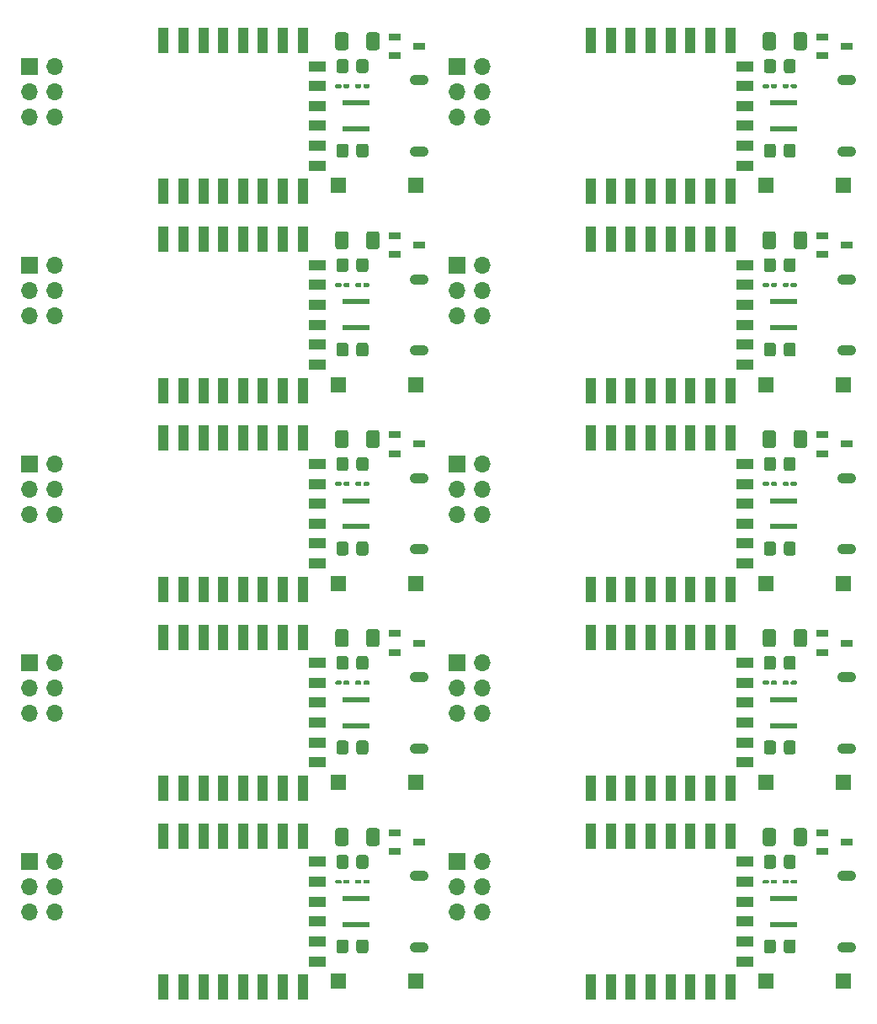
<source format=gbr>
%TF.GenerationSoftware,KiCad,Pcbnew,(5.1.9)-1*%
%TF.CreationDate,2021-05-03T13:14:33+02:00*%
%TF.ProjectId,IM350_AM550_5V_V2.0_Multi,494d3335-305f-4414-9d35-35305f35565f,rev?*%
%TF.SameCoordinates,Original*%
%TF.FileFunction,Soldermask,Top*%
%TF.FilePolarity,Negative*%
%FSLAX46Y46*%
G04 Gerber Fmt 4.6, Leading zero omitted, Abs format (unit mm)*
G04 Created by KiCad (PCBNEW (5.1.9)-1) date 2021-05-03 13:14:33*
%MOMM*%
%LPD*%
G01*
G04 APERTURE LIST*
%ADD10R,1.300000X0.800000*%
%ADD11R,1.700000X1.700000*%
%ADD12O,1.700000X1.700000*%
%ADD13R,2.800000X0.600000*%
%ADD14O,1.900000X1.050000*%
%ADD15R,1.500000X1.500000*%
%ADD16R,1.000000X2.500000*%
%ADD17R,1.800000X1.000000*%
G04 APERTURE END LIST*
D10*
%TO.C,U1*%
X66800000Y-106050000D03*
X66800000Y-107950000D03*
X69200000Y-107000000D03*
%TD*%
%TO.C,C2*%
G36*
G01*
X65225000Y-105849998D02*
X65225000Y-107150002D01*
G75*
G02*
X64975002Y-107400000I-249998J0D01*
G01*
X64149998Y-107400000D01*
G75*
G02*
X63900000Y-107150002I0J249998D01*
G01*
X63900000Y-105849998D01*
G75*
G02*
X64149998Y-105600000I249998J0D01*
G01*
X64975002Y-105600000D01*
G75*
G02*
X65225000Y-105849998I0J-249998D01*
G01*
G37*
G36*
G01*
X62100000Y-105849998D02*
X62100000Y-107150002D01*
G75*
G02*
X61850002Y-107400000I-249998J0D01*
G01*
X61024998Y-107400000D01*
G75*
G02*
X60775000Y-107150002I0J249998D01*
G01*
X60775000Y-105849998D01*
G75*
G02*
X61024998Y-105600000I249998J0D01*
G01*
X61850002Y-105600000D01*
G75*
G02*
X62100000Y-105849998I0J-249998D01*
G01*
G37*
%TD*%
D11*
%TO.C,J7*%
X73000000Y-109000000D03*
D12*
X75540000Y-109000000D03*
X73000000Y-111540000D03*
X75540000Y-111540000D03*
X73000000Y-114080000D03*
X75540000Y-114080000D03*
%TD*%
%TO.C,R5*%
G36*
G01*
X105100000Y-117049999D02*
X105100000Y-117950001D01*
G75*
G02*
X104850001Y-118200000I-249999J0D01*
G01*
X104149999Y-118200000D01*
G75*
G02*
X103900000Y-117950001I0J249999D01*
G01*
X103900000Y-117049999D01*
G75*
G02*
X104149999Y-116800000I249999J0D01*
G01*
X104850001Y-116800000D01*
G75*
G02*
X105100000Y-117049999I0J-249999D01*
G01*
G37*
G36*
G01*
X107100000Y-117049999D02*
X107100000Y-117950001D01*
G75*
G02*
X106850001Y-118200000I-249999J0D01*
G01*
X106149999Y-118200000D01*
G75*
G02*
X105900000Y-117950001I0J249999D01*
G01*
X105900000Y-117049999D01*
G75*
G02*
X106149999Y-116800000I249999J0D01*
G01*
X106850001Y-116800000D01*
G75*
G02*
X107100000Y-117049999I0J-249999D01*
G01*
G37*
%TD*%
%TO.C,P4*%
G36*
G01*
X105775000Y-111100000D02*
X105775000Y-110900000D01*
G75*
G02*
X105875000Y-110800000I100000J0D01*
G01*
X106310000Y-110800000D01*
G75*
G02*
X106410000Y-110900000I0J-100000D01*
G01*
X106410000Y-111100000D01*
G75*
G02*
X106310000Y-111200000I-100000J0D01*
G01*
X105875000Y-111200000D01*
G75*
G02*
X105775000Y-111100000I0J100000D01*
G01*
G37*
G36*
G01*
X106590000Y-111100000D02*
X106590000Y-110900000D01*
G75*
G02*
X106690000Y-110800000I100000J0D01*
G01*
X107125000Y-110800000D01*
G75*
G02*
X107225000Y-110900000I0J-100000D01*
G01*
X107225000Y-111100000D01*
G75*
G02*
X107125000Y-111200000I-100000J0D01*
G01*
X106690000Y-111200000D01*
G75*
G02*
X106590000Y-111100000I0J100000D01*
G01*
G37*
%TD*%
D13*
%TO.C,J5*%
X105850000Y-115300000D03*
X105850000Y-112700000D03*
D14*
X112200000Y-117575000D03*
X112200000Y-110425000D03*
%TD*%
%TO.C,J5*%
X69200000Y-110425000D03*
X69200000Y-117575000D03*
D13*
X62850000Y-112700000D03*
X62850000Y-115300000D03*
%TD*%
%TO.C,R5*%
G36*
G01*
X64100000Y-117049999D02*
X64100000Y-117950001D01*
G75*
G02*
X63850001Y-118200000I-249999J0D01*
G01*
X63149999Y-118200000D01*
G75*
G02*
X62900000Y-117950001I0J249999D01*
G01*
X62900000Y-117049999D01*
G75*
G02*
X63149999Y-116800000I249999J0D01*
G01*
X63850001Y-116800000D01*
G75*
G02*
X64100000Y-117049999I0J-249999D01*
G01*
G37*
G36*
G01*
X62100000Y-117049999D02*
X62100000Y-117950001D01*
G75*
G02*
X61850001Y-118200000I-249999J0D01*
G01*
X61149999Y-118200000D01*
G75*
G02*
X60900000Y-117950001I0J249999D01*
G01*
X60900000Y-117049999D01*
G75*
G02*
X61149999Y-116800000I249999J0D01*
G01*
X61850001Y-116800000D01*
G75*
G02*
X62100000Y-117049999I0J-249999D01*
G01*
G37*
%TD*%
D15*
%TO.C,SW1*%
X61100000Y-121000000D03*
X68900000Y-121000000D03*
%TD*%
%TO.C,R1*%
G36*
G01*
X62900000Y-109450001D02*
X62900000Y-108549999D01*
G75*
G02*
X63149999Y-108300000I249999J0D01*
G01*
X63850001Y-108300000D01*
G75*
G02*
X64100000Y-108549999I0J-249999D01*
G01*
X64100000Y-109450001D01*
G75*
G02*
X63850001Y-109700000I-249999J0D01*
G01*
X63149999Y-109700000D01*
G75*
G02*
X62900000Y-109450001I0J249999D01*
G01*
G37*
G36*
G01*
X60900000Y-109450001D02*
X60900000Y-108549999D01*
G75*
G02*
X61149999Y-108300000I249999J0D01*
G01*
X61850001Y-108300000D01*
G75*
G02*
X62100000Y-108549999I0J-249999D01*
G01*
X62100000Y-109450001D01*
G75*
G02*
X61850001Y-109700000I-249999J0D01*
G01*
X61149999Y-109700000D01*
G75*
G02*
X60900000Y-109450001I0J249999D01*
G01*
G37*
%TD*%
%TO.C,SW1*%
X111900000Y-121000000D03*
X104100000Y-121000000D03*
%TD*%
%TO.C,P3*%
G36*
G01*
X104410000Y-110900000D02*
X104410000Y-111100000D01*
G75*
G02*
X104310000Y-111200000I-100000J0D01*
G01*
X103875000Y-111200000D01*
G75*
G02*
X103775000Y-111100000I0J100000D01*
G01*
X103775000Y-110900000D01*
G75*
G02*
X103875000Y-110800000I100000J0D01*
G01*
X104310000Y-110800000D01*
G75*
G02*
X104410000Y-110900000I0J-100000D01*
G01*
G37*
G36*
G01*
X105225000Y-110900000D02*
X105225000Y-111100000D01*
G75*
G02*
X105125000Y-111200000I-100000J0D01*
G01*
X104690000Y-111200000D01*
G75*
G02*
X104590000Y-111100000I0J100000D01*
G01*
X104590000Y-110900000D01*
G75*
G02*
X104690000Y-110800000I100000J0D01*
G01*
X105125000Y-110800000D01*
G75*
G02*
X105225000Y-110900000I0J-100000D01*
G01*
G37*
%TD*%
%TO.C,R1*%
G36*
G01*
X103900000Y-109450001D02*
X103900000Y-108549999D01*
G75*
G02*
X104149999Y-108300000I249999J0D01*
G01*
X104850001Y-108300000D01*
G75*
G02*
X105100000Y-108549999I0J-249999D01*
G01*
X105100000Y-109450001D01*
G75*
G02*
X104850001Y-109700000I-249999J0D01*
G01*
X104149999Y-109700000D01*
G75*
G02*
X103900000Y-109450001I0J249999D01*
G01*
G37*
G36*
G01*
X105900000Y-109450001D02*
X105900000Y-108549999D01*
G75*
G02*
X106149999Y-108300000I249999J0D01*
G01*
X106850001Y-108300000D01*
G75*
G02*
X107100000Y-108549999I0J-249999D01*
G01*
X107100000Y-109450001D01*
G75*
G02*
X106850001Y-109700000I-249999J0D01*
G01*
X106149999Y-109700000D01*
G75*
G02*
X105900000Y-109450001I0J249999D01*
G01*
G37*
%TD*%
D10*
%TO.C,U1*%
X112200000Y-107000000D03*
X109800000Y-107950000D03*
X109800000Y-106050000D03*
%TD*%
%TO.C,P4*%
G36*
G01*
X63590000Y-111100000D02*
X63590000Y-110900000D01*
G75*
G02*
X63690000Y-110800000I100000J0D01*
G01*
X64125000Y-110800000D01*
G75*
G02*
X64225000Y-110900000I0J-100000D01*
G01*
X64225000Y-111100000D01*
G75*
G02*
X64125000Y-111200000I-100000J0D01*
G01*
X63690000Y-111200000D01*
G75*
G02*
X63590000Y-111100000I0J100000D01*
G01*
G37*
G36*
G01*
X62775000Y-111100000D02*
X62775000Y-110900000D01*
G75*
G02*
X62875000Y-110800000I100000J0D01*
G01*
X63310000Y-110800000D01*
G75*
G02*
X63410000Y-110900000I0J-100000D01*
G01*
X63410000Y-111100000D01*
G75*
G02*
X63310000Y-111200000I-100000J0D01*
G01*
X62875000Y-111200000D01*
G75*
G02*
X62775000Y-111100000I0J100000D01*
G01*
G37*
%TD*%
%TO.C,C2*%
G36*
G01*
X105100000Y-105849998D02*
X105100000Y-107150002D01*
G75*
G02*
X104850002Y-107400000I-249998J0D01*
G01*
X104024998Y-107400000D01*
G75*
G02*
X103775000Y-107150002I0J249998D01*
G01*
X103775000Y-105849998D01*
G75*
G02*
X104024998Y-105600000I249998J0D01*
G01*
X104850002Y-105600000D01*
G75*
G02*
X105100000Y-105849998I0J-249998D01*
G01*
G37*
G36*
G01*
X108225000Y-105849998D02*
X108225000Y-107150002D01*
G75*
G02*
X107975002Y-107400000I-249998J0D01*
G01*
X107149998Y-107400000D01*
G75*
G02*
X106900000Y-107150002I0J249998D01*
G01*
X106900000Y-105849998D01*
G75*
G02*
X107149998Y-105600000I249998J0D01*
G01*
X107975002Y-105600000D01*
G75*
G02*
X108225000Y-105849998I0J-249998D01*
G01*
G37*
%TD*%
D16*
%TO.C,U2*%
X86500000Y-106400000D03*
X88500000Y-106400000D03*
X90500000Y-106400000D03*
X92500000Y-106400000D03*
X94500000Y-106400000D03*
X96500000Y-106400000D03*
X98500000Y-106400000D03*
X100500000Y-106400000D03*
D17*
X102000000Y-109000000D03*
X102000000Y-111000000D03*
X102000000Y-113000000D03*
X102000000Y-115000000D03*
X102000000Y-117000000D03*
X102000000Y-119000000D03*
D16*
X100500000Y-121600000D03*
X98500000Y-121600000D03*
X96500000Y-121600000D03*
X94500000Y-121600000D03*
X92500000Y-121600000D03*
X90500000Y-121600000D03*
X88500000Y-121600000D03*
X86500000Y-121600000D03*
%TD*%
%TO.C,U2*%
X43500000Y-121600000D03*
X45500000Y-121600000D03*
X47500000Y-121600000D03*
X49500000Y-121600000D03*
X51500000Y-121600000D03*
X53500000Y-121600000D03*
X55500000Y-121600000D03*
X57500000Y-121600000D03*
D17*
X59000000Y-119000000D03*
X59000000Y-117000000D03*
X59000000Y-115000000D03*
X59000000Y-113000000D03*
X59000000Y-111000000D03*
X59000000Y-109000000D03*
D16*
X57500000Y-106400000D03*
X55500000Y-106400000D03*
X53500000Y-106400000D03*
X51500000Y-106400000D03*
X49500000Y-106400000D03*
X47500000Y-106400000D03*
X45500000Y-106400000D03*
X43500000Y-106400000D03*
%TD*%
%TO.C,P3*%
G36*
G01*
X62225000Y-110900000D02*
X62225000Y-111100000D01*
G75*
G02*
X62125000Y-111200000I-100000J0D01*
G01*
X61690000Y-111200000D01*
G75*
G02*
X61590000Y-111100000I0J100000D01*
G01*
X61590000Y-110900000D01*
G75*
G02*
X61690000Y-110800000I100000J0D01*
G01*
X62125000Y-110800000D01*
G75*
G02*
X62225000Y-110900000I0J-100000D01*
G01*
G37*
G36*
G01*
X61410000Y-110900000D02*
X61410000Y-111100000D01*
G75*
G02*
X61310000Y-111200000I-100000J0D01*
G01*
X60875000Y-111200000D01*
G75*
G02*
X60775000Y-111100000I0J100000D01*
G01*
X60775000Y-110900000D01*
G75*
G02*
X60875000Y-110800000I100000J0D01*
G01*
X61310000Y-110800000D01*
G75*
G02*
X61410000Y-110900000I0J-100000D01*
G01*
G37*
%TD*%
D12*
%TO.C,J7*%
X32540000Y-114080000D03*
X30000000Y-114080000D03*
X32540000Y-111540000D03*
X30000000Y-111540000D03*
X32540000Y-109000000D03*
D11*
X30000000Y-109000000D03*
%TD*%
D13*
%TO.C,J5*%
X62850000Y-95300000D03*
X62850000Y-92700000D03*
D14*
X69200000Y-97575000D03*
X69200000Y-90425000D03*
%TD*%
D10*
%TO.C,U1*%
X69200000Y-87000000D03*
X66800000Y-87950000D03*
X66800000Y-86050000D03*
%TD*%
%TO.C,R1*%
G36*
G01*
X60900000Y-89450001D02*
X60900000Y-88549999D01*
G75*
G02*
X61149999Y-88300000I249999J0D01*
G01*
X61850001Y-88300000D01*
G75*
G02*
X62100000Y-88549999I0J-249999D01*
G01*
X62100000Y-89450001D01*
G75*
G02*
X61850001Y-89700000I-249999J0D01*
G01*
X61149999Y-89700000D01*
G75*
G02*
X60900000Y-89450001I0J249999D01*
G01*
G37*
G36*
G01*
X62900000Y-89450001D02*
X62900000Y-88549999D01*
G75*
G02*
X63149999Y-88300000I249999J0D01*
G01*
X63850001Y-88300000D01*
G75*
G02*
X64100000Y-88549999I0J-249999D01*
G01*
X64100000Y-89450001D01*
G75*
G02*
X63850001Y-89700000I-249999J0D01*
G01*
X63149999Y-89700000D01*
G75*
G02*
X62900000Y-89450001I0J249999D01*
G01*
G37*
%TD*%
D12*
%TO.C,J7*%
X75540000Y-94080000D03*
X73000000Y-94080000D03*
X75540000Y-91540000D03*
X73000000Y-91540000D03*
X75540000Y-89000000D03*
D11*
X73000000Y-89000000D03*
%TD*%
%TO.C,R5*%
G36*
G01*
X107100000Y-97049999D02*
X107100000Y-97950001D01*
G75*
G02*
X106850001Y-98200000I-249999J0D01*
G01*
X106149999Y-98200000D01*
G75*
G02*
X105900000Y-97950001I0J249999D01*
G01*
X105900000Y-97049999D01*
G75*
G02*
X106149999Y-96800000I249999J0D01*
G01*
X106850001Y-96800000D01*
G75*
G02*
X107100000Y-97049999I0J-249999D01*
G01*
G37*
G36*
G01*
X105100000Y-97049999D02*
X105100000Y-97950001D01*
G75*
G02*
X104850001Y-98200000I-249999J0D01*
G01*
X104149999Y-98200000D01*
G75*
G02*
X103900000Y-97950001I0J249999D01*
G01*
X103900000Y-97049999D01*
G75*
G02*
X104149999Y-96800000I249999J0D01*
G01*
X104850001Y-96800000D01*
G75*
G02*
X105100000Y-97049999I0J-249999D01*
G01*
G37*
%TD*%
%TO.C,R1*%
G36*
G01*
X105900000Y-89450001D02*
X105900000Y-88549999D01*
G75*
G02*
X106149999Y-88300000I249999J0D01*
G01*
X106850001Y-88300000D01*
G75*
G02*
X107100000Y-88549999I0J-249999D01*
G01*
X107100000Y-89450001D01*
G75*
G02*
X106850001Y-89700000I-249999J0D01*
G01*
X106149999Y-89700000D01*
G75*
G02*
X105900000Y-89450001I0J249999D01*
G01*
G37*
G36*
G01*
X103900000Y-89450001D02*
X103900000Y-88549999D01*
G75*
G02*
X104149999Y-88300000I249999J0D01*
G01*
X104850001Y-88300000D01*
G75*
G02*
X105100000Y-88549999I0J-249999D01*
G01*
X105100000Y-89450001D01*
G75*
G02*
X104850001Y-89700000I-249999J0D01*
G01*
X104149999Y-89700000D01*
G75*
G02*
X103900000Y-89450001I0J249999D01*
G01*
G37*
%TD*%
%TO.C,R5*%
G36*
G01*
X62100000Y-97049999D02*
X62100000Y-97950001D01*
G75*
G02*
X61850001Y-98200000I-249999J0D01*
G01*
X61149999Y-98200000D01*
G75*
G02*
X60900000Y-97950001I0J249999D01*
G01*
X60900000Y-97049999D01*
G75*
G02*
X61149999Y-96800000I249999J0D01*
G01*
X61850001Y-96800000D01*
G75*
G02*
X62100000Y-97049999I0J-249999D01*
G01*
G37*
G36*
G01*
X64100000Y-97049999D02*
X64100000Y-97950001D01*
G75*
G02*
X63850001Y-98200000I-249999J0D01*
G01*
X63149999Y-98200000D01*
G75*
G02*
X62900000Y-97950001I0J249999D01*
G01*
X62900000Y-97049999D01*
G75*
G02*
X63149999Y-96800000I249999J0D01*
G01*
X63850001Y-96800000D01*
G75*
G02*
X64100000Y-97049999I0J-249999D01*
G01*
G37*
%TD*%
D15*
%TO.C,SW1*%
X104100000Y-101000000D03*
X111900000Y-101000000D03*
%TD*%
%TO.C,SW1*%
X68900000Y-101000000D03*
X61100000Y-101000000D03*
%TD*%
%TO.C,C2*%
G36*
G01*
X62100000Y-85849998D02*
X62100000Y-87150002D01*
G75*
G02*
X61850002Y-87400000I-249998J0D01*
G01*
X61024998Y-87400000D01*
G75*
G02*
X60775000Y-87150002I0J249998D01*
G01*
X60775000Y-85849998D01*
G75*
G02*
X61024998Y-85600000I249998J0D01*
G01*
X61850002Y-85600000D01*
G75*
G02*
X62100000Y-85849998I0J-249998D01*
G01*
G37*
G36*
G01*
X65225000Y-85849998D02*
X65225000Y-87150002D01*
G75*
G02*
X64975002Y-87400000I-249998J0D01*
G01*
X64149998Y-87400000D01*
G75*
G02*
X63900000Y-87150002I0J249998D01*
G01*
X63900000Y-85849998D01*
G75*
G02*
X64149998Y-85600000I249998J0D01*
G01*
X64975002Y-85600000D01*
G75*
G02*
X65225000Y-85849998I0J-249998D01*
G01*
G37*
%TD*%
%TO.C,P4*%
G36*
G01*
X106590000Y-91100000D02*
X106590000Y-90900000D01*
G75*
G02*
X106690000Y-90800000I100000J0D01*
G01*
X107125000Y-90800000D01*
G75*
G02*
X107225000Y-90900000I0J-100000D01*
G01*
X107225000Y-91100000D01*
G75*
G02*
X107125000Y-91200000I-100000J0D01*
G01*
X106690000Y-91200000D01*
G75*
G02*
X106590000Y-91100000I0J100000D01*
G01*
G37*
G36*
G01*
X105775000Y-91100000D02*
X105775000Y-90900000D01*
G75*
G02*
X105875000Y-90800000I100000J0D01*
G01*
X106310000Y-90800000D01*
G75*
G02*
X106410000Y-90900000I0J-100000D01*
G01*
X106410000Y-91100000D01*
G75*
G02*
X106310000Y-91200000I-100000J0D01*
G01*
X105875000Y-91200000D01*
G75*
G02*
X105775000Y-91100000I0J100000D01*
G01*
G37*
%TD*%
D14*
%TO.C,J5*%
X112200000Y-90425000D03*
X112200000Y-97575000D03*
D13*
X105850000Y-92700000D03*
X105850000Y-95300000D03*
%TD*%
%TO.C,P3*%
G36*
G01*
X105225000Y-90900000D02*
X105225000Y-91100000D01*
G75*
G02*
X105125000Y-91200000I-100000J0D01*
G01*
X104690000Y-91200000D01*
G75*
G02*
X104590000Y-91100000I0J100000D01*
G01*
X104590000Y-90900000D01*
G75*
G02*
X104690000Y-90800000I100000J0D01*
G01*
X105125000Y-90800000D01*
G75*
G02*
X105225000Y-90900000I0J-100000D01*
G01*
G37*
G36*
G01*
X104410000Y-90900000D02*
X104410000Y-91100000D01*
G75*
G02*
X104310000Y-91200000I-100000J0D01*
G01*
X103875000Y-91200000D01*
G75*
G02*
X103775000Y-91100000I0J100000D01*
G01*
X103775000Y-90900000D01*
G75*
G02*
X103875000Y-90800000I100000J0D01*
G01*
X104310000Y-90800000D01*
G75*
G02*
X104410000Y-90900000I0J-100000D01*
G01*
G37*
%TD*%
%TO.C,C2*%
G36*
G01*
X108225000Y-85849998D02*
X108225000Y-87150002D01*
G75*
G02*
X107975002Y-87400000I-249998J0D01*
G01*
X107149998Y-87400000D01*
G75*
G02*
X106900000Y-87150002I0J249998D01*
G01*
X106900000Y-85849998D01*
G75*
G02*
X107149998Y-85600000I249998J0D01*
G01*
X107975002Y-85600000D01*
G75*
G02*
X108225000Y-85849998I0J-249998D01*
G01*
G37*
G36*
G01*
X105100000Y-85849998D02*
X105100000Y-87150002D01*
G75*
G02*
X104850002Y-87400000I-249998J0D01*
G01*
X104024998Y-87400000D01*
G75*
G02*
X103775000Y-87150002I0J249998D01*
G01*
X103775000Y-85849998D01*
G75*
G02*
X104024998Y-85600000I249998J0D01*
G01*
X104850002Y-85600000D01*
G75*
G02*
X105100000Y-85849998I0J-249998D01*
G01*
G37*
%TD*%
D16*
%TO.C,U2*%
X43500000Y-86400000D03*
X45500000Y-86400000D03*
X47500000Y-86400000D03*
X49500000Y-86400000D03*
X51500000Y-86400000D03*
X53500000Y-86400000D03*
X55500000Y-86400000D03*
X57500000Y-86400000D03*
D17*
X59000000Y-89000000D03*
X59000000Y-91000000D03*
X59000000Y-93000000D03*
X59000000Y-95000000D03*
X59000000Y-97000000D03*
X59000000Y-99000000D03*
D16*
X57500000Y-101600000D03*
X55500000Y-101600000D03*
X53500000Y-101600000D03*
X51500000Y-101600000D03*
X49500000Y-101600000D03*
X47500000Y-101600000D03*
X45500000Y-101600000D03*
X43500000Y-101600000D03*
%TD*%
%TO.C,U2*%
X86500000Y-101600000D03*
X88500000Y-101600000D03*
X90500000Y-101600000D03*
X92500000Y-101600000D03*
X94500000Y-101600000D03*
X96500000Y-101600000D03*
X98500000Y-101600000D03*
X100500000Y-101600000D03*
D17*
X102000000Y-99000000D03*
X102000000Y-97000000D03*
X102000000Y-95000000D03*
X102000000Y-93000000D03*
X102000000Y-91000000D03*
X102000000Y-89000000D03*
D16*
X100500000Y-86400000D03*
X98500000Y-86400000D03*
X96500000Y-86400000D03*
X94500000Y-86400000D03*
X92500000Y-86400000D03*
X90500000Y-86400000D03*
X88500000Y-86400000D03*
X86500000Y-86400000D03*
%TD*%
D11*
%TO.C,J7*%
X30000000Y-89000000D03*
D12*
X32540000Y-89000000D03*
X30000000Y-91540000D03*
X32540000Y-91540000D03*
X30000000Y-94080000D03*
X32540000Y-94080000D03*
%TD*%
%TO.C,P3*%
G36*
G01*
X61410000Y-90900000D02*
X61410000Y-91100000D01*
G75*
G02*
X61310000Y-91200000I-100000J0D01*
G01*
X60875000Y-91200000D01*
G75*
G02*
X60775000Y-91100000I0J100000D01*
G01*
X60775000Y-90900000D01*
G75*
G02*
X60875000Y-90800000I100000J0D01*
G01*
X61310000Y-90800000D01*
G75*
G02*
X61410000Y-90900000I0J-100000D01*
G01*
G37*
G36*
G01*
X62225000Y-90900000D02*
X62225000Y-91100000D01*
G75*
G02*
X62125000Y-91200000I-100000J0D01*
G01*
X61690000Y-91200000D01*
G75*
G02*
X61590000Y-91100000I0J100000D01*
G01*
X61590000Y-90900000D01*
G75*
G02*
X61690000Y-90800000I100000J0D01*
G01*
X62125000Y-90800000D01*
G75*
G02*
X62225000Y-90900000I0J-100000D01*
G01*
G37*
%TD*%
D10*
%TO.C,U1*%
X109800000Y-86050000D03*
X109800000Y-87950000D03*
X112200000Y-87000000D03*
%TD*%
%TO.C,P4*%
G36*
G01*
X62775000Y-91100000D02*
X62775000Y-90900000D01*
G75*
G02*
X62875000Y-90800000I100000J0D01*
G01*
X63310000Y-90800000D01*
G75*
G02*
X63410000Y-90900000I0J-100000D01*
G01*
X63410000Y-91100000D01*
G75*
G02*
X63310000Y-91200000I-100000J0D01*
G01*
X62875000Y-91200000D01*
G75*
G02*
X62775000Y-91100000I0J100000D01*
G01*
G37*
G36*
G01*
X63590000Y-91100000D02*
X63590000Y-90900000D01*
G75*
G02*
X63690000Y-90800000I100000J0D01*
G01*
X64125000Y-90800000D01*
G75*
G02*
X64225000Y-90900000I0J-100000D01*
G01*
X64225000Y-91100000D01*
G75*
G02*
X64125000Y-91200000I-100000J0D01*
G01*
X63690000Y-91200000D01*
G75*
G02*
X63590000Y-91100000I0J100000D01*
G01*
G37*
%TD*%
D14*
%TO.C,J5*%
X69200000Y-70425000D03*
X69200000Y-77575000D03*
D13*
X62850000Y-72700000D03*
X62850000Y-75300000D03*
%TD*%
D12*
%TO.C,J7*%
X32540000Y-74080000D03*
X30000000Y-74080000D03*
X32540000Y-71540000D03*
X30000000Y-71540000D03*
X32540000Y-69000000D03*
D11*
X30000000Y-69000000D03*
%TD*%
D10*
%TO.C,U1*%
X66800000Y-66050000D03*
X66800000Y-67950000D03*
X69200000Y-67000000D03*
%TD*%
%TO.C,P3*%
G36*
G01*
X62225000Y-70900000D02*
X62225000Y-71100000D01*
G75*
G02*
X62125000Y-71200000I-100000J0D01*
G01*
X61690000Y-71200000D01*
G75*
G02*
X61590000Y-71100000I0J100000D01*
G01*
X61590000Y-70900000D01*
G75*
G02*
X61690000Y-70800000I100000J0D01*
G01*
X62125000Y-70800000D01*
G75*
G02*
X62225000Y-70900000I0J-100000D01*
G01*
G37*
G36*
G01*
X61410000Y-70900000D02*
X61410000Y-71100000D01*
G75*
G02*
X61310000Y-71200000I-100000J0D01*
G01*
X60875000Y-71200000D01*
G75*
G02*
X60775000Y-71100000I0J100000D01*
G01*
X60775000Y-70900000D01*
G75*
G02*
X60875000Y-70800000I100000J0D01*
G01*
X61310000Y-70800000D01*
G75*
G02*
X61410000Y-70900000I0J-100000D01*
G01*
G37*
%TD*%
%TO.C,R1*%
G36*
G01*
X62900000Y-69450001D02*
X62900000Y-68549999D01*
G75*
G02*
X63149999Y-68300000I249999J0D01*
G01*
X63850001Y-68300000D01*
G75*
G02*
X64100000Y-68549999I0J-249999D01*
G01*
X64100000Y-69450001D01*
G75*
G02*
X63850001Y-69700000I-249999J0D01*
G01*
X63149999Y-69700000D01*
G75*
G02*
X62900000Y-69450001I0J249999D01*
G01*
G37*
G36*
G01*
X60900000Y-69450001D02*
X60900000Y-68549999D01*
G75*
G02*
X61149999Y-68300000I249999J0D01*
G01*
X61850001Y-68300000D01*
G75*
G02*
X62100000Y-68549999I0J-249999D01*
G01*
X62100000Y-69450001D01*
G75*
G02*
X61850001Y-69700000I-249999J0D01*
G01*
X61149999Y-69700000D01*
G75*
G02*
X60900000Y-69450001I0J249999D01*
G01*
G37*
%TD*%
D15*
%TO.C,SW1*%
X61100000Y-81000000D03*
X68900000Y-81000000D03*
%TD*%
%TO.C,C2*%
G36*
G01*
X65225000Y-65849998D02*
X65225000Y-67150002D01*
G75*
G02*
X64975002Y-67400000I-249998J0D01*
G01*
X64149998Y-67400000D01*
G75*
G02*
X63900000Y-67150002I0J249998D01*
G01*
X63900000Y-65849998D01*
G75*
G02*
X64149998Y-65600000I249998J0D01*
G01*
X64975002Y-65600000D01*
G75*
G02*
X65225000Y-65849998I0J-249998D01*
G01*
G37*
G36*
G01*
X62100000Y-65849998D02*
X62100000Y-67150002D01*
G75*
G02*
X61850002Y-67400000I-249998J0D01*
G01*
X61024998Y-67400000D01*
G75*
G02*
X60775000Y-67150002I0J249998D01*
G01*
X60775000Y-65849998D01*
G75*
G02*
X61024998Y-65600000I249998J0D01*
G01*
X61850002Y-65600000D01*
G75*
G02*
X62100000Y-65849998I0J-249998D01*
G01*
G37*
%TD*%
D16*
%TO.C,U2*%
X43500000Y-81600000D03*
X45500000Y-81600000D03*
X47500000Y-81600000D03*
X49500000Y-81600000D03*
X51500000Y-81600000D03*
X53500000Y-81600000D03*
X55500000Y-81600000D03*
X57500000Y-81600000D03*
D17*
X59000000Y-79000000D03*
X59000000Y-77000000D03*
X59000000Y-75000000D03*
X59000000Y-73000000D03*
X59000000Y-71000000D03*
X59000000Y-69000000D03*
D16*
X57500000Y-66400000D03*
X55500000Y-66400000D03*
X53500000Y-66400000D03*
X51500000Y-66400000D03*
X49500000Y-66400000D03*
X47500000Y-66400000D03*
X45500000Y-66400000D03*
X43500000Y-66400000D03*
%TD*%
%TO.C,R5*%
G36*
G01*
X64100000Y-77049999D02*
X64100000Y-77950001D01*
G75*
G02*
X63850001Y-78200000I-249999J0D01*
G01*
X63149999Y-78200000D01*
G75*
G02*
X62900000Y-77950001I0J249999D01*
G01*
X62900000Y-77049999D01*
G75*
G02*
X63149999Y-76800000I249999J0D01*
G01*
X63850001Y-76800000D01*
G75*
G02*
X64100000Y-77049999I0J-249999D01*
G01*
G37*
G36*
G01*
X62100000Y-77049999D02*
X62100000Y-77950001D01*
G75*
G02*
X61850001Y-78200000I-249999J0D01*
G01*
X61149999Y-78200000D01*
G75*
G02*
X60900000Y-77950001I0J249999D01*
G01*
X60900000Y-77049999D01*
G75*
G02*
X61149999Y-76800000I249999J0D01*
G01*
X61850001Y-76800000D01*
G75*
G02*
X62100000Y-77049999I0J-249999D01*
G01*
G37*
%TD*%
D10*
%TO.C,U1*%
X112200000Y-67000000D03*
X109800000Y-67950000D03*
X109800000Y-66050000D03*
%TD*%
D15*
%TO.C,SW1*%
X111900000Y-81000000D03*
X104100000Y-81000000D03*
%TD*%
%TO.C,P4*%
G36*
G01*
X105775000Y-71100000D02*
X105775000Y-70900000D01*
G75*
G02*
X105875000Y-70800000I100000J0D01*
G01*
X106310000Y-70800000D01*
G75*
G02*
X106410000Y-70900000I0J-100000D01*
G01*
X106410000Y-71100000D01*
G75*
G02*
X106310000Y-71200000I-100000J0D01*
G01*
X105875000Y-71200000D01*
G75*
G02*
X105775000Y-71100000I0J100000D01*
G01*
G37*
G36*
G01*
X106590000Y-71100000D02*
X106590000Y-70900000D01*
G75*
G02*
X106690000Y-70800000I100000J0D01*
G01*
X107125000Y-70800000D01*
G75*
G02*
X107225000Y-70900000I0J-100000D01*
G01*
X107225000Y-71100000D01*
G75*
G02*
X107125000Y-71200000I-100000J0D01*
G01*
X106690000Y-71200000D01*
G75*
G02*
X106590000Y-71100000I0J100000D01*
G01*
G37*
%TD*%
D13*
%TO.C,J5*%
X105850000Y-75300000D03*
X105850000Y-72700000D03*
D14*
X112200000Y-77575000D03*
X112200000Y-70425000D03*
%TD*%
D16*
%TO.C,U2*%
X86500000Y-66400000D03*
X88500000Y-66400000D03*
X90500000Y-66400000D03*
X92500000Y-66400000D03*
X94500000Y-66400000D03*
X96500000Y-66400000D03*
X98500000Y-66400000D03*
X100500000Y-66400000D03*
D17*
X102000000Y-69000000D03*
X102000000Y-71000000D03*
X102000000Y-73000000D03*
X102000000Y-75000000D03*
X102000000Y-77000000D03*
X102000000Y-79000000D03*
D16*
X100500000Y-81600000D03*
X98500000Y-81600000D03*
X96500000Y-81600000D03*
X94500000Y-81600000D03*
X92500000Y-81600000D03*
X90500000Y-81600000D03*
X88500000Y-81600000D03*
X86500000Y-81600000D03*
%TD*%
D11*
%TO.C,J7*%
X73000000Y-69000000D03*
D12*
X75540000Y-69000000D03*
X73000000Y-71540000D03*
X75540000Y-71540000D03*
X73000000Y-74080000D03*
X75540000Y-74080000D03*
%TD*%
%TO.C,P3*%
G36*
G01*
X104410000Y-70900000D02*
X104410000Y-71100000D01*
G75*
G02*
X104310000Y-71200000I-100000J0D01*
G01*
X103875000Y-71200000D01*
G75*
G02*
X103775000Y-71100000I0J100000D01*
G01*
X103775000Y-70900000D01*
G75*
G02*
X103875000Y-70800000I100000J0D01*
G01*
X104310000Y-70800000D01*
G75*
G02*
X104410000Y-70900000I0J-100000D01*
G01*
G37*
G36*
G01*
X105225000Y-70900000D02*
X105225000Y-71100000D01*
G75*
G02*
X105125000Y-71200000I-100000J0D01*
G01*
X104690000Y-71200000D01*
G75*
G02*
X104590000Y-71100000I0J100000D01*
G01*
X104590000Y-70900000D01*
G75*
G02*
X104690000Y-70800000I100000J0D01*
G01*
X105125000Y-70800000D01*
G75*
G02*
X105225000Y-70900000I0J-100000D01*
G01*
G37*
%TD*%
%TO.C,P4*%
G36*
G01*
X63590000Y-71100000D02*
X63590000Y-70900000D01*
G75*
G02*
X63690000Y-70800000I100000J0D01*
G01*
X64125000Y-70800000D01*
G75*
G02*
X64225000Y-70900000I0J-100000D01*
G01*
X64225000Y-71100000D01*
G75*
G02*
X64125000Y-71200000I-100000J0D01*
G01*
X63690000Y-71200000D01*
G75*
G02*
X63590000Y-71100000I0J100000D01*
G01*
G37*
G36*
G01*
X62775000Y-71100000D02*
X62775000Y-70900000D01*
G75*
G02*
X62875000Y-70800000I100000J0D01*
G01*
X63310000Y-70800000D01*
G75*
G02*
X63410000Y-70900000I0J-100000D01*
G01*
X63410000Y-71100000D01*
G75*
G02*
X63310000Y-71200000I-100000J0D01*
G01*
X62875000Y-71200000D01*
G75*
G02*
X62775000Y-71100000I0J100000D01*
G01*
G37*
%TD*%
%TO.C,R1*%
G36*
G01*
X103900000Y-69450001D02*
X103900000Y-68549999D01*
G75*
G02*
X104149999Y-68300000I249999J0D01*
G01*
X104850001Y-68300000D01*
G75*
G02*
X105100000Y-68549999I0J-249999D01*
G01*
X105100000Y-69450001D01*
G75*
G02*
X104850001Y-69700000I-249999J0D01*
G01*
X104149999Y-69700000D01*
G75*
G02*
X103900000Y-69450001I0J249999D01*
G01*
G37*
G36*
G01*
X105900000Y-69450001D02*
X105900000Y-68549999D01*
G75*
G02*
X106149999Y-68300000I249999J0D01*
G01*
X106850001Y-68300000D01*
G75*
G02*
X107100000Y-68549999I0J-249999D01*
G01*
X107100000Y-69450001D01*
G75*
G02*
X106850001Y-69700000I-249999J0D01*
G01*
X106149999Y-69700000D01*
G75*
G02*
X105900000Y-69450001I0J249999D01*
G01*
G37*
%TD*%
%TO.C,R5*%
G36*
G01*
X105100000Y-77049999D02*
X105100000Y-77950001D01*
G75*
G02*
X104850001Y-78200000I-249999J0D01*
G01*
X104149999Y-78200000D01*
G75*
G02*
X103900000Y-77950001I0J249999D01*
G01*
X103900000Y-77049999D01*
G75*
G02*
X104149999Y-76800000I249999J0D01*
G01*
X104850001Y-76800000D01*
G75*
G02*
X105100000Y-77049999I0J-249999D01*
G01*
G37*
G36*
G01*
X107100000Y-77049999D02*
X107100000Y-77950001D01*
G75*
G02*
X106850001Y-78200000I-249999J0D01*
G01*
X106149999Y-78200000D01*
G75*
G02*
X105900000Y-77950001I0J249999D01*
G01*
X105900000Y-77049999D01*
G75*
G02*
X106149999Y-76800000I249999J0D01*
G01*
X106850001Y-76800000D01*
G75*
G02*
X107100000Y-77049999I0J-249999D01*
G01*
G37*
%TD*%
%TO.C,C2*%
G36*
G01*
X105100000Y-65849998D02*
X105100000Y-67150002D01*
G75*
G02*
X104850002Y-67400000I-249998J0D01*
G01*
X104024998Y-67400000D01*
G75*
G02*
X103775000Y-67150002I0J249998D01*
G01*
X103775000Y-65849998D01*
G75*
G02*
X104024998Y-65600000I249998J0D01*
G01*
X104850002Y-65600000D01*
G75*
G02*
X105100000Y-65849998I0J-249998D01*
G01*
G37*
G36*
G01*
X108225000Y-65849998D02*
X108225000Y-67150002D01*
G75*
G02*
X107975002Y-67400000I-249998J0D01*
G01*
X107149998Y-67400000D01*
G75*
G02*
X106900000Y-67150002I0J249998D01*
G01*
X106900000Y-65849998D01*
G75*
G02*
X107149998Y-65600000I249998J0D01*
G01*
X107975002Y-65600000D01*
G75*
G02*
X108225000Y-65849998I0J-249998D01*
G01*
G37*
%TD*%
D16*
%TO.C,U2*%
X43500000Y-46400000D03*
X45500000Y-46400000D03*
X47500000Y-46400000D03*
X49500000Y-46400000D03*
X51500000Y-46400000D03*
X53500000Y-46400000D03*
X55500000Y-46400000D03*
X57500000Y-46400000D03*
D17*
X59000000Y-49000000D03*
X59000000Y-51000000D03*
X59000000Y-53000000D03*
X59000000Y-55000000D03*
X59000000Y-57000000D03*
X59000000Y-59000000D03*
D16*
X57500000Y-61600000D03*
X55500000Y-61600000D03*
X53500000Y-61600000D03*
X51500000Y-61600000D03*
X49500000Y-61600000D03*
X47500000Y-61600000D03*
X45500000Y-61600000D03*
X43500000Y-61600000D03*
%TD*%
D10*
%TO.C,U1*%
X69200000Y-47000000D03*
X66800000Y-47950000D03*
X66800000Y-46050000D03*
%TD*%
D15*
%TO.C,SW1*%
X68900000Y-61000000D03*
X61100000Y-61000000D03*
%TD*%
%TO.C,P3*%
G36*
G01*
X61410000Y-50900000D02*
X61410000Y-51100000D01*
G75*
G02*
X61310000Y-51200000I-100000J0D01*
G01*
X60875000Y-51200000D01*
G75*
G02*
X60775000Y-51100000I0J100000D01*
G01*
X60775000Y-50900000D01*
G75*
G02*
X60875000Y-50800000I100000J0D01*
G01*
X61310000Y-50800000D01*
G75*
G02*
X61410000Y-50900000I0J-100000D01*
G01*
G37*
G36*
G01*
X62225000Y-50900000D02*
X62225000Y-51100000D01*
G75*
G02*
X62125000Y-51200000I-100000J0D01*
G01*
X61690000Y-51200000D01*
G75*
G02*
X61590000Y-51100000I0J100000D01*
G01*
X61590000Y-50900000D01*
G75*
G02*
X61690000Y-50800000I100000J0D01*
G01*
X62125000Y-50800000D01*
G75*
G02*
X62225000Y-50900000I0J-100000D01*
G01*
G37*
%TD*%
%TO.C,R1*%
G36*
G01*
X60900000Y-49450001D02*
X60900000Y-48549999D01*
G75*
G02*
X61149999Y-48300000I249999J0D01*
G01*
X61850001Y-48300000D01*
G75*
G02*
X62100000Y-48549999I0J-249999D01*
G01*
X62100000Y-49450001D01*
G75*
G02*
X61850001Y-49700000I-249999J0D01*
G01*
X61149999Y-49700000D01*
G75*
G02*
X60900000Y-49450001I0J249999D01*
G01*
G37*
G36*
G01*
X62900000Y-49450001D02*
X62900000Y-48549999D01*
G75*
G02*
X63149999Y-48300000I249999J0D01*
G01*
X63850001Y-48300000D01*
G75*
G02*
X64100000Y-48549999I0J-249999D01*
G01*
X64100000Y-49450001D01*
G75*
G02*
X63850001Y-49700000I-249999J0D01*
G01*
X63149999Y-49700000D01*
G75*
G02*
X62900000Y-49450001I0J249999D01*
G01*
G37*
%TD*%
%TO.C,R5*%
G36*
G01*
X62100000Y-57049999D02*
X62100000Y-57950001D01*
G75*
G02*
X61850001Y-58200000I-249999J0D01*
G01*
X61149999Y-58200000D01*
G75*
G02*
X60900000Y-57950001I0J249999D01*
G01*
X60900000Y-57049999D01*
G75*
G02*
X61149999Y-56800000I249999J0D01*
G01*
X61850001Y-56800000D01*
G75*
G02*
X62100000Y-57049999I0J-249999D01*
G01*
G37*
G36*
G01*
X64100000Y-57049999D02*
X64100000Y-57950001D01*
G75*
G02*
X63850001Y-58200000I-249999J0D01*
G01*
X63149999Y-58200000D01*
G75*
G02*
X62900000Y-57950001I0J249999D01*
G01*
X62900000Y-57049999D01*
G75*
G02*
X63149999Y-56800000I249999J0D01*
G01*
X63850001Y-56800000D01*
G75*
G02*
X64100000Y-57049999I0J-249999D01*
G01*
G37*
%TD*%
D13*
%TO.C,J5*%
X62850000Y-55300000D03*
X62850000Y-52700000D03*
D14*
X69200000Y-57575000D03*
X69200000Y-50425000D03*
%TD*%
%TO.C,C2*%
G36*
G01*
X62100000Y-45849998D02*
X62100000Y-47150002D01*
G75*
G02*
X61850002Y-47400000I-249998J0D01*
G01*
X61024998Y-47400000D01*
G75*
G02*
X60775000Y-47150002I0J249998D01*
G01*
X60775000Y-45849998D01*
G75*
G02*
X61024998Y-45600000I249998J0D01*
G01*
X61850002Y-45600000D01*
G75*
G02*
X62100000Y-45849998I0J-249998D01*
G01*
G37*
G36*
G01*
X65225000Y-45849998D02*
X65225000Y-47150002D01*
G75*
G02*
X64975002Y-47400000I-249998J0D01*
G01*
X64149998Y-47400000D01*
G75*
G02*
X63900000Y-47150002I0J249998D01*
G01*
X63900000Y-45849998D01*
G75*
G02*
X64149998Y-45600000I249998J0D01*
G01*
X64975002Y-45600000D01*
G75*
G02*
X65225000Y-45849998I0J-249998D01*
G01*
G37*
%TD*%
D11*
%TO.C,J7*%
X30000000Y-49000000D03*
D12*
X32540000Y-49000000D03*
X30000000Y-51540000D03*
X32540000Y-51540000D03*
X30000000Y-54080000D03*
X32540000Y-54080000D03*
%TD*%
%TO.C,P4*%
G36*
G01*
X62775000Y-51100000D02*
X62775000Y-50900000D01*
G75*
G02*
X62875000Y-50800000I100000J0D01*
G01*
X63310000Y-50800000D01*
G75*
G02*
X63410000Y-50900000I0J-100000D01*
G01*
X63410000Y-51100000D01*
G75*
G02*
X63310000Y-51200000I-100000J0D01*
G01*
X62875000Y-51200000D01*
G75*
G02*
X62775000Y-51100000I0J100000D01*
G01*
G37*
G36*
G01*
X63590000Y-51100000D02*
X63590000Y-50900000D01*
G75*
G02*
X63690000Y-50800000I100000J0D01*
G01*
X64125000Y-50800000D01*
G75*
G02*
X64225000Y-50900000I0J-100000D01*
G01*
X64225000Y-51100000D01*
G75*
G02*
X64125000Y-51200000I-100000J0D01*
G01*
X63690000Y-51200000D01*
G75*
G02*
X63590000Y-51100000I0J100000D01*
G01*
G37*
%TD*%
%TO.C,P3*%
G36*
G01*
X105225000Y-50900000D02*
X105225000Y-51100000D01*
G75*
G02*
X105125000Y-51200000I-100000J0D01*
G01*
X104690000Y-51200000D01*
G75*
G02*
X104590000Y-51100000I0J100000D01*
G01*
X104590000Y-50900000D01*
G75*
G02*
X104690000Y-50800000I100000J0D01*
G01*
X105125000Y-50800000D01*
G75*
G02*
X105225000Y-50900000I0J-100000D01*
G01*
G37*
G36*
G01*
X104410000Y-50900000D02*
X104410000Y-51100000D01*
G75*
G02*
X104310000Y-51200000I-100000J0D01*
G01*
X103875000Y-51200000D01*
G75*
G02*
X103775000Y-51100000I0J100000D01*
G01*
X103775000Y-50900000D01*
G75*
G02*
X103875000Y-50800000I100000J0D01*
G01*
X104310000Y-50800000D01*
G75*
G02*
X104410000Y-50900000I0J-100000D01*
G01*
G37*
%TD*%
%TO.C,R1*%
G36*
G01*
X105900000Y-49450001D02*
X105900000Y-48549999D01*
G75*
G02*
X106149999Y-48300000I249999J0D01*
G01*
X106850001Y-48300000D01*
G75*
G02*
X107100000Y-48549999I0J-249999D01*
G01*
X107100000Y-49450001D01*
G75*
G02*
X106850001Y-49700000I-249999J0D01*
G01*
X106149999Y-49700000D01*
G75*
G02*
X105900000Y-49450001I0J249999D01*
G01*
G37*
G36*
G01*
X103900000Y-49450001D02*
X103900000Y-48549999D01*
G75*
G02*
X104149999Y-48300000I249999J0D01*
G01*
X104850001Y-48300000D01*
G75*
G02*
X105100000Y-48549999I0J-249999D01*
G01*
X105100000Y-49450001D01*
G75*
G02*
X104850001Y-49700000I-249999J0D01*
G01*
X104149999Y-49700000D01*
G75*
G02*
X103900000Y-49450001I0J249999D01*
G01*
G37*
%TD*%
D16*
%TO.C,U2*%
X86500000Y-61600000D03*
X88500000Y-61600000D03*
X90500000Y-61600000D03*
X92500000Y-61600000D03*
X94500000Y-61600000D03*
X96500000Y-61600000D03*
X98500000Y-61600000D03*
X100500000Y-61600000D03*
D17*
X102000000Y-59000000D03*
X102000000Y-57000000D03*
X102000000Y-55000000D03*
X102000000Y-53000000D03*
X102000000Y-51000000D03*
X102000000Y-49000000D03*
D16*
X100500000Y-46400000D03*
X98500000Y-46400000D03*
X96500000Y-46400000D03*
X94500000Y-46400000D03*
X92500000Y-46400000D03*
X90500000Y-46400000D03*
X88500000Y-46400000D03*
X86500000Y-46400000D03*
%TD*%
%TO.C,R5*%
G36*
G01*
X107100000Y-57049999D02*
X107100000Y-57950001D01*
G75*
G02*
X106850001Y-58200000I-249999J0D01*
G01*
X106149999Y-58200000D01*
G75*
G02*
X105900000Y-57950001I0J249999D01*
G01*
X105900000Y-57049999D01*
G75*
G02*
X106149999Y-56800000I249999J0D01*
G01*
X106850001Y-56800000D01*
G75*
G02*
X107100000Y-57049999I0J-249999D01*
G01*
G37*
G36*
G01*
X105100000Y-57049999D02*
X105100000Y-57950001D01*
G75*
G02*
X104850001Y-58200000I-249999J0D01*
G01*
X104149999Y-58200000D01*
G75*
G02*
X103900000Y-57950001I0J249999D01*
G01*
X103900000Y-57049999D01*
G75*
G02*
X104149999Y-56800000I249999J0D01*
G01*
X104850001Y-56800000D01*
G75*
G02*
X105100000Y-57049999I0J-249999D01*
G01*
G37*
%TD*%
%TO.C,C2*%
G36*
G01*
X108225000Y-45849998D02*
X108225000Y-47150002D01*
G75*
G02*
X107975002Y-47400000I-249998J0D01*
G01*
X107149998Y-47400000D01*
G75*
G02*
X106900000Y-47150002I0J249998D01*
G01*
X106900000Y-45849998D01*
G75*
G02*
X107149998Y-45600000I249998J0D01*
G01*
X107975002Y-45600000D01*
G75*
G02*
X108225000Y-45849998I0J-249998D01*
G01*
G37*
G36*
G01*
X105100000Y-45849998D02*
X105100000Y-47150002D01*
G75*
G02*
X104850002Y-47400000I-249998J0D01*
G01*
X104024998Y-47400000D01*
G75*
G02*
X103775000Y-47150002I0J249998D01*
G01*
X103775000Y-45849998D01*
G75*
G02*
X104024998Y-45600000I249998J0D01*
G01*
X104850002Y-45600000D01*
G75*
G02*
X105100000Y-45849998I0J-249998D01*
G01*
G37*
%TD*%
D12*
%TO.C,J7*%
X75540000Y-54080000D03*
X73000000Y-54080000D03*
X75540000Y-51540000D03*
X73000000Y-51540000D03*
X75540000Y-49000000D03*
D11*
X73000000Y-49000000D03*
%TD*%
D10*
%TO.C,U1*%
X109800000Y-46050000D03*
X109800000Y-47950000D03*
X112200000Y-47000000D03*
%TD*%
D14*
%TO.C,J5*%
X112200000Y-50425000D03*
X112200000Y-57575000D03*
D13*
X105850000Y-52700000D03*
X105850000Y-55300000D03*
%TD*%
D15*
%TO.C,SW1*%
X104100000Y-61000000D03*
X111900000Y-61000000D03*
%TD*%
%TO.C,P4*%
G36*
G01*
X106590000Y-51100000D02*
X106590000Y-50900000D01*
G75*
G02*
X106690000Y-50800000I100000J0D01*
G01*
X107125000Y-50800000D01*
G75*
G02*
X107225000Y-50900000I0J-100000D01*
G01*
X107225000Y-51100000D01*
G75*
G02*
X107125000Y-51200000I-100000J0D01*
G01*
X106690000Y-51200000D01*
G75*
G02*
X106590000Y-51100000I0J100000D01*
G01*
G37*
G36*
G01*
X105775000Y-51100000D02*
X105775000Y-50900000D01*
G75*
G02*
X105875000Y-50800000I100000J0D01*
G01*
X106310000Y-50800000D01*
G75*
G02*
X106410000Y-50900000I0J-100000D01*
G01*
X106410000Y-51100000D01*
G75*
G02*
X106310000Y-51200000I-100000J0D01*
G01*
X105875000Y-51200000D01*
G75*
G02*
X105775000Y-51100000I0J100000D01*
G01*
G37*
%TD*%
D16*
%TO.C,U2*%
X86500000Y-26400000D03*
X88500000Y-26400000D03*
X90500000Y-26400000D03*
X92500000Y-26400000D03*
X94500000Y-26400000D03*
X96500000Y-26400000D03*
X98500000Y-26400000D03*
X100500000Y-26400000D03*
D17*
X102000000Y-29000000D03*
X102000000Y-31000000D03*
X102000000Y-33000000D03*
X102000000Y-35000000D03*
X102000000Y-37000000D03*
X102000000Y-39000000D03*
D16*
X100500000Y-41600000D03*
X98500000Y-41600000D03*
X96500000Y-41600000D03*
X94500000Y-41600000D03*
X92500000Y-41600000D03*
X90500000Y-41600000D03*
X88500000Y-41600000D03*
X86500000Y-41600000D03*
%TD*%
D10*
%TO.C,U1*%
X112200000Y-27000000D03*
X109800000Y-27950000D03*
X109800000Y-26050000D03*
%TD*%
D15*
%TO.C,SW1*%
X111900000Y-41000000D03*
X104100000Y-41000000D03*
%TD*%
%TO.C,P3*%
G36*
G01*
X104410000Y-30900000D02*
X104410000Y-31100000D01*
G75*
G02*
X104310000Y-31200000I-100000J0D01*
G01*
X103875000Y-31200000D01*
G75*
G02*
X103775000Y-31100000I0J100000D01*
G01*
X103775000Y-30900000D01*
G75*
G02*
X103875000Y-30800000I100000J0D01*
G01*
X104310000Y-30800000D01*
G75*
G02*
X104410000Y-30900000I0J-100000D01*
G01*
G37*
G36*
G01*
X105225000Y-30900000D02*
X105225000Y-31100000D01*
G75*
G02*
X105125000Y-31200000I-100000J0D01*
G01*
X104690000Y-31200000D01*
G75*
G02*
X104590000Y-31100000I0J100000D01*
G01*
X104590000Y-30900000D01*
G75*
G02*
X104690000Y-30800000I100000J0D01*
G01*
X105125000Y-30800000D01*
G75*
G02*
X105225000Y-30900000I0J-100000D01*
G01*
G37*
%TD*%
%TO.C,R1*%
G36*
G01*
X103900000Y-29450001D02*
X103900000Y-28549999D01*
G75*
G02*
X104149999Y-28300000I249999J0D01*
G01*
X104850001Y-28300000D01*
G75*
G02*
X105100000Y-28549999I0J-249999D01*
G01*
X105100000Y-29450001D01*
G75*
G02*
X104850001Y-29700000I-249999J0D01*
G01*
X104149999Y-29700000D01*
G75*
G02*
X103900000Y-29450001I0J249999D01*
G01*
G37*
G36*
G01*
X105900000Y-29450001D02*
X105900000Y-28549999D01*
G75*
G02*
X106149999Y-28300000I249999J0D01*
G01*
X106850001Y-28300000D01*
G75*
G02*
X107100000Y-28549999I0J-249999D01*
G01*
X107100000Y-29450001D01*
G75*
G02*
X106850001Y-29700000I-249999J0D01*
G01*
X106149999Y-29700000D01*
G75*
G02*
X105900000Y-29450001I0J249999D01*
G01*
G37*
%TD*%
%TO.C,R5*%
G36*
G01*
X105100000Y-37049999D02*
X105100000Y-37950001D01*
G75*
G02*
X104850001Y-38200000I-249999J0D01*
G01*
X104149999Y-38200000D01*
G75*
G02*
X103900000Y-37950001I0J249999D01*
G01*
X103900000Y-37049999D01*
G75*
G02*
X104149999Y-36800000I249999J0D01*
G01*
X104850001Y-36800000D01*
G75*
G02*
X105100000Y-37049999I0J-249999D01*
G01*
G37*
G36*
G01*
X107100000Y-37049999D02*
X107100000Y-37950001D01*
G75*
G02*
X106850001Y-38200000I-249999J0D01*
G01*
X106149999Y-38200000D01*
G75*
G02*
X105900000Y-37950001I0J249999D01*
G01*
X105900000Y-37049999D01*
G75*
G02*
X106149999Y-36800000I249999J0D01*
G01*
X106850001Y-36800000D01*
G75*
G02*
X107100000Y-37049999I0J-249999D01*
G01*
G37*
%TD*%
D13*
%TO.C,J5*%
X105850000Y-35300000D03*
X105850000Y-32700000D03*
D14*
X112200000Y-37575000D03*
X112200000Y-30425000D03*
%TD*%
%TO.C,C2*%
G36*
G01*
X105100000Y-25849998D02*
X105100000Y-27150002D01*
G75*
G02*
X104850002Y-27400000I-249998J0D01*
G01*
X104024998Y-27400000D01*
G75*
G02*
X103775000Y-27150002I0J249998D01*
G01*
X103775000Y-25849998D01*
G75*
G02*
X104024998Y-25600000I249998J0D01*
G01*
X104850002Y-25600000D01*
G75*
G02*
X105100000Y-25849998I0J-249998D01*
G01*
G37*
G36*
G01*
X108225000Y-25849998D02*
X108225000Y-27150002D01*
G75*
G02*
X107975002Y-27400000I-249998J0D01*
G01*
X107149998Y-27400000D01*
G75*
G02*
X106900000Y-27150002I0J249998D01*
G01*
X106900000Y-25849998D01*
G75*
G02*
X107149998Y-25600000I249998J0D01*
G01*
X107975002Y-25600000D01*
G75*
G02*
X108225000Y-25849998I0J-249998D01*
G01*
G37*
%TD*%
D11*
%TO.C,J7*%
X73000000Y-29000000D03*
D12*
X75540000Y-29000000D03*
X73000000Y-31540000D03*
X75540000Y-31540000D03*
X73000000Y-34080000D03*
X75540000Y-34080000D03*
%TD*%
%TO.C,P4*%
G36*
G01*
X105775000Y-31100000D02*
X105775000Y-30900000D01*
G75*
G02*
X105875000Y-30800000I100000J0D01*
G01*
X106310000Y-30800000D01*
G75*
G02*
X106410000Y-30900000I0J-100000D01*
G01*
X106410000Y-31100000D01*
G75*
G02*
X106310000Y-31200000I-100000J0D01*
G01*
X105875000Y-31200000D01*
G75*
G02*
X105775000Y-31100000I0J100000D01*
G01*
G37*
G36*
G01*
X106590000Y-31100000D02*
X106590000Y-30900000D01*
G75*
G02*
X106690000Y-30800000I100000J0D01*
G01*
X107125000Y-30800000D01*
G75*
G02*
X107225000Y-30900000I0J-100000D01*
G01*
X107225000Y-31100000D01*
G75*
G02*
X107125000Y-31200000I-100000J0D01*
G01*
X106690000Y-31200000D01*
G75*
G02*
X106590000Y-31100000I0J100000D01*
G01*
G37*
%TD*%
%TO.C,J7*%
X32540000Y-34080000D03*
X30000000Y-34080000D03*
X32540000Y-31540000D03*
X30000000Y-31540000D03*
X32540000Y-29000000D03*
D11*
X30000000Y-29000000D03*
%TD*%
%TO.C,C2*%
G36*
G01*
X65225000Y-25849998D02*
X65225000Y-27150002D01*
G75*
G02*
X64975002Y-27400000I-249998J0D01*
G01*
X64149998Y-27400000D01*
G75*
G02*
X63900000Y-27150002I0J249998D01*
G01*
X63900000Y-25849998D01*
G75*
G02*
X64149998Y-25600000I249998J0D01*
G01*
X64975002Y-25600000D01*
G75*
G02*
X65225000Y-25849998I0J-249998D01*
G01*
G37*
G36*
G01*
X62100000Y-25849998D02*
X62100000Y-27150002D01*
G75*
G02*
X61850002Y-27400000I-249998J0D01*
G01*
X61024998Y-27400000D01*
G75*
G02*
X60775000Y-27150002I0J249998D01*
G01*
X60775000Y-25849998D01*
G75*
G02*
X61024998Y-25600000I249998J0D01*
G01*
X61850002Y-25600000D01*
G75*
G02*
X62100000Y-25849998I0J-249998D01*
G01*
G37*
%TD*%
D14*
%TO.C,J5*%
X69200000Y-30425000D03*
X69200000Y-37575000D03*
D13*
X62850000Y-32700000D03*
X62850000Y-35300000D03*
%TD*%
%TO.C,P3*%
G36*
G01*
X62225000Y-30900000D02*
X62225000Y-31100000D01*
G75*
G02*
X62125000Y-31200000I-100000J0D01*
G01*
X61690000Y-31200000D01*
G75*
G02*
X61590000Y-31100000I0J100000D01*
G01*
X61590000Y-30900000D01*
G75*
G02*
X61690000Y-30800000I100000J0D01*
G01*
X62125000Y-30800000D01*
G75*
G02*
X62225000Y-30900000I0J-100000D01*
G01*
G37*
G36*
G01*
X61410000Y-30900000D02*
X61410000Y-31100000D01*
G75*
G02*
X61310000Y-31200000I-100000J0D01*
G01*
X60875000Y-31200000D01*
G75*
G02*
X60775000Y-31100000I0J100000D01*
G01*
X60775000Y-30900000D01*
G75*
G02*
X60875000Y-30800000I100000J0D01*
G01*
X61310000Y-30800000D01*
G75*
G02*
X61410000Y-30900000I0J-100000D01*
G01*
G37*
%TD*%
%TO.C,P4*%
G36*
G01*
X63590000Y-31100000D02*
X63590000Y-30900000D01*
G75*
G02*
X63690000Y-30800000I100000J0D01*
G01*
X64125000Y-30800000D01*
G75*
G02*
X64225000Y-30900000I0J-100000D01*
G01*
X64225000Y-31100000D01*
G75*
G02*
X64125000Y-31200000I-100000J0D01*
G01*
X63690000Y-31200000D01*
G75*
G02*
X63590000Y-31100000I0J100000D01*
G01*
G37*
G36*
G01*
X62775000Y-31100000D02*
X62775000Y-30900000D01*
G75*
G02*
X62875000Y-30800000I100000J0D01*
G01*
X63310000Y-30800000D01*
G75*
G02*
X63410000Y-30900000I0J-100000D01*
G01*
X63410000Y-31100000D01*
G75*
G02*
X63310000Y-31200000I-100000J0D01*
G01*
X62875000Y-31200000D01*
G75*
G02*
X62775000Y-31100000I0J100000D01*
G01*
G37*
%TD*%
%TO.C,R1*%
G36*
G01*
X62900000Y-29450001D02*
X62900000Y-28549999D01*
G75*
G02*
X63149999Y-28300000I249999J0D01*
G01*
X63850001Y-28300000D01*
G75*
G02*
X64100000Y-28549999I0J-249999D01*
G01*
X64100000Y-29450001D01*
G75*
G02*
X63850001Y-29700000I-249999J0D01*
G01*
X63149999Y-29700000D01*
G75*
G02*
X62900000Y-29450001I0J249999D01*
G01*
G37*
G36*
G01*
X60900000Y-29450001D02*
X60900000Y-28549999D01*
G75*
G02*
X61149999Y-28300000I249999J0D01*
G01*
X61850001Y-28300000D01*
G75*
G02*
X62100000Y-28549999I0J-249999D01*
G01*
X62100000Y-29450001D01*
G75*
G02*
X61850001Y-29700000I-249999J0D01*
G01*
X61149999Y-29700000D01*
G75*
G02*
X60900000Y-29450001I0J249999D01*
G01*
G37*
%TD*%
%TO.C,R5*%
G36*
G01*
X64100000Y-37049999D02*
X64100000Y-37950001D01*
G75*
G02*
X63850001Y-38200000I-249999J0D01*
G01*
X63149999Y-38200000D01*
G75*
G02*
X62900000Y-37950001I0J249999D01*
G01*
X62900000Y-37049999D01*
G75*
G02*
X63149999Y-36800000I249999J0D01*
G01*
X63850001Y-36800000D01*
G75*
G02*
X64100000Y-37049999I0J-249999D01*
G01*
G37*
G36*
G01*
X62100000Y-37049999D02*
X62100000Y-37950001D01*
G75*
G02*
X61850001Y-38200000I-249999J0D01*
G01*
X61149999Y-38200000D01*
G75*
G02*
X60900000Y-37950001I0J249999D01*
G01*
X60900000Y-37049999D01*
G75*
G02*
X61149999Y-36800000I249999J0D01*
G01*
X61850001Y-36800000D01*
G75*
G02*
X62100000Y-37049999I0J-249999D01*
G01*
G37*
%TD*%
D15*
%TO.C,SW1*%
X61100000Y-41000000D03*
X68900000Y-41000000D03*
%TD*%
D10*
%TO.C,U1*%
X66800000Y-26050000D03*
X66800000Y-27950000D03*
X69200000Y-27000000D03*
%TD*%
D16*
%TO.C,U2*%
X43500000Y-41600000D03*
X45500000Y-41600000D03*
X47500000Y-41600000D03*
X49500000Y-41600000D03*
X51500000Y-41600000D03*
X53500000Y-41600000D03*
X55500000Y-41600000D03*
X57500000Y-41600000D03*
D17*
X59000000Y-39000000D03*
X59000000Y-37000000D03*
X59000000Y-35000000D03*
X59000000Y-33000000D03*
X59000000Y-31000000D03*
X59000000Y-29000000D03*
D16*
X57500000Y-26400000D03*
X55500000Y-26400000D03*
X53500000Y-26400000D03*
X51500000Y-26400000D03*
X49500000Y-26400000D03*
X47500000Y-26400000D03*
X45500000Y-26400000D03*
X43500000Y-26400000D03*
%TD*%
M02*

</source>
